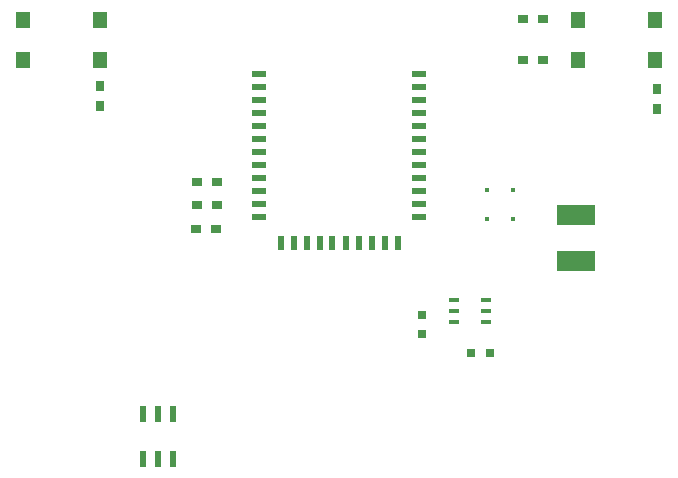
<source format=gbr>
G04 DipTrace 3.2.0.1*
G04 Íèæíÿÿï.ìàñêà.gbr*
%MOMM*%
G04 #@! TF.FileFunction,Paste,Bot*
G04 #@! TF.Part,Single*
%AMOUTLINE2*
4,1,4,
0.27437,-0.65027,
-0.27567,-0.64973,
-0.27437,0.65027,
0.27567,0.64973,
0.27437,-0.65027,
0*%
%AMOUTLINE8*
4,1,4,
0.44998,-0.20005,
0.45002,0.19995,
-0.44998,0.20005,
-0.45002,-0.19995,
0.44998,-0.20005,
0*%
%ADD37R,1.2X1.4*%
%ADD39R,1.3X0.5*%
%ADD41R,0.5X1.3*%
%ADD44R,0.8X0.8*%
%ADD45R,0.4X0.4*%
%ADD48R,0.8X0.9*%
%ADD50R,3.2X1.7*%
%ADD52R,0.9X0.8*%
%ADD57OUTLINE2*%
%ADD63OUTLINE8*%
%FSLAX35Y35*%
G04*
G71*
G90*
G75*
G01*
G04 BotPaste*
%LPD*%
D52*
X1556663Y2627430D3*
X1726663D3*
D50*
X2007323Y578703D3*
Y968703D3*
D48*
X-2028057Y2061343D3*
Y1891343D3*
D44*
X1274938Y-206260D3*
X1114938D3*
D45*
X1250250Y1177883D3*
X1470250D3*
X1253120Y934743D3*
X1473120D3*
D57*
X-1403863Y-723167D3*
X-1530867Y-723043D3*
X-1657867Y-722917D3*
X-1404237Y-1100167D3*
X-1531233Y-1100040D3*
X-1658237Y-1099917D3*
D52*
X1555087Y2278637D3*
X1725087D3*
D48*
X2686620Y2028583D3*
Y1858583D3*
D52*
X-1207190Y1248663D3*
X-1037190D3*
X-1205800Y1050317D3*
X-1035800D3*
X-1212340Y850383D3*
X-1042340D3*
D41*
X495000Y725000D3*
X385000D3*
X275000D3*
X165000D3*
X55000D3*
X-60000D3*
X-165000D3*
X-275000D3*
X-385000D3*
X-495000D3*
D39*
X-675000Y950000D3*
Y1060000D3*
Y1170000D3*
Y1280000D3*
Y1390000D3*
Y1500000D3*
Y1610000D3*
Y1720000D3*
Y1830000D3*
Y1940000D3*
Y2050000D3*
Y2160000D3*
X675000Y950000D3*
Y1060000D3*
Y1170000D3*
Y1280000D3*
Y1390000D3*
Y1500000D3*
Y1610000D3*
Y1720000D3*
Y1830000D3*
Y1940000D3*
Y2050000D3*
Y2160000D3*
D37*
X-2675000Y2620000D3*
Y2280000D3*
X-2025000D3*
Y2620000D3*
X2025000D3*
Y2280000D3*
X2675000D3*
Y2620000D3*
D63*
X974471Y56564D3*
X974485Y151564D3*
X974495Y246564D3*
X1244495Y246534D3*
X1244485Y151534D3*
X1244471Y56534D3*
D44*
X700167Y121675D3*
Y-38325D3*
M02*

</source>
